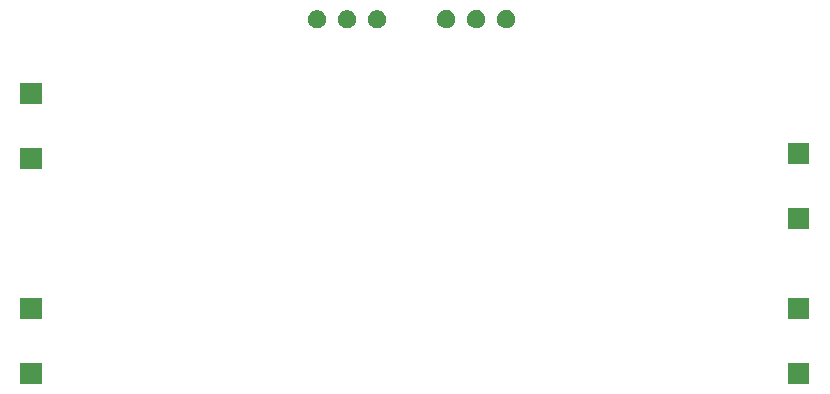
<source format=gbr>
G04 #@! TF.GenerationSoftware,KiCad,Pcbnew,5.0.2-bee76a0~70~ubuntu18.04.1*
G04 #@! TF.CreationDate,2019-01-01T14:35:21-08:00*
G04 #@! TF.ProjectId,Buck_Converter_V1,4275636b-5f43-46f6-9e76-65727465725f,rev?*
G04 #@! TF.SameCoordinates,Original*
G04 #@! TF.FileFunction,Soldermask,Bot*
G04 #@! TF.FilePolarity,Negative*
%FSLAX46Y46*%
G04 Gerber Fmt 4.6, Leading zero omitted, Abs format (unit mm)*
G04 Created by KiCad (PCBNEW 5.0.2-bee76a0~70~ubuntu18.04.1) date Tue 01 Jan 2019 02:35:21 PM PST*
%MOMM*%
%LPD*%
G01*
G04 APERTURE LIST*
%ADD10C,0.100000*%
G04 APERTURE END LIST*
D10*
G36*
X114701000Y-104901000D02*
X112899000Y-104901000D01*
X112899000Y-103099000D01*
X114701000Y-103099000D01*
X114701000Y-104901000D01*
X114701000Y-104901000D01*
G37*
G36*
X179701000Y-104901000D02*
X177899000Y-104901000D01*
X177899000Y-103099000D01*
X179701000Y-103099000D01*
X179701000Y-104901000D01*
X179701000Y-104901000D01*
G37*
G36*
X179701000Y-99401000D02*
X177899000Y-99401000D01*
X177899000Y-97599000D01*
X179701000Y-97599000D01*
X179701000Y-99401000D01*
X179701000Y-99401000D01*
G37*
G36*
X114701000Y-99401000D02*
X112899000Y-99401000D01*
X112899000Y-97599000D01*
X114701000Y-97599000D01*
X114701000Y-99401000D01*
X114701000Y-99401000D01*
G37*
G36*
X179701000Y-91781000D02*
X177899000Y-91781000D01*
X177899000Y-89979000D01*
X179701000Y-89979000D01*
X179701000Y-91781000D01*
X179701000Y-91781000D01*
G37*
G36*
X114701000Y-86701000D02*
X112899000Y-86701000D01*
X112899000Y-84899000D01*
X114701000Y-84899000D01*
X114701000Y-86701000D01*
X114701000Y-86701000D01*
G37*
G36*
X179701000Y-86281000D02*
X177899000Y-86281000D01*
X177899000Y-84479000D01*
X179701000Y-84479000D01*
X179701000Y-86281000D01*
X179701000Y-86281000D01*
G37*
G36*
X114701000Y-81201000D02*
X112899000Y-81201000D01*
X112899000Y-79399000D01*
X114701000Y-79399000D01*
X114701000Y-81201000D01*
X114701000Y-81201000D01*
G37*
G36*
X138149189Y-73267176D02*
X138248493Y-73286929D01*
X138388806Y-73345048D01*
X138515084Y-73429425D01*
X138622475Y-73536816D01*
X138706852Y-73663094D01*
X138764971Y-73803407D01*
X138794600Y-73952363D01*
X138794600Y-74104237D01*
X138764971Y-74253193D01*
X138706852Y-74393506D01*
X138622475Y-74519784D01*
X138515084Y-74627175D01*
X138388806Y-74711552D01*
X138248493Y-74769671D01*
X138149189Y-74789424D01*
X138099538Y-74799300D01*
X137947662Y-74799300D01*
X137898011Y-74789424D01*
X137798707Y-74769671D01*
X137658394Y-74711552D01*
X137532116Y-74627175D01*
X137424725Y-74519784D01*
X137340348Y-74393506D01*
X137282229Y-74253193D01*
X137252600Y-74104237D01*
X137252600Y-73952363D01*
X137282229Y-73803407D01*
X137340348Y-73663094D01*
X137424725Y-73536816D01*
X137532116Y-73429425D01*
X137658394Y-73345048D01*
X137798707Y-73286929D01*
X137898011Y-73267176D01*
X137947662Y-73257300D01*
X138099538Y-73257300D01*
X138149189Y-73267176D01*
X138149189Y-73267176D01*
G37*
G36*
X140689189Y-73267176D02*
X140788493Y-73286929D01*
X140928806Y-73345048D01*
X141055084Y-73429425D01*
X141162475Y-73536816D01*
X141246852Y-73663094D01*
X141304971Y-73803407D01*
X141334600Y-73952363D01*
X141334600Y-74104237D01*
X141304971Y-74253193D01*
X141246852Y-74393506D01*
X141162475Y-74519784D01*
X141055084Y-74627175D01*
X140928806Y-74711552D01*
X140788493Y-74769671D01*
X140689189Y-74789424D01*
X140639538Y-74799300D01*
X140487662Y-74799300D01*
X140438011Y-74789424D01*
X140338707Y-74769671D01*
X140198394Y-74711552D01*
X140072116Y-74627175D01*
X139964725Y-74519784D01*
X139880348Y-74393506D01*
X139822229Y-74253193D01*
X139792600Y-74104237D01*
X139792600Y-73952363D01*
X139822229Y-73803407D01*
X139880348Y-73663094D01*
X139964725Y-73536816D01*
X140072116Y-73429425D01*
X140198394Y-73345048D01*
X140338707Y-73286929D01*
X140438011Y-73267176D01*
X140487662Y-73257300D01*
X140639538Y-73257300D01*
X140689189Y-73267176D01*
X140689189Y-73267176D01*
G37*
G36*
X143229189Y-73267176D02*
X143328493Y-73286929D01*
X143468806Y-73345048D01*
X143595084Y-73429425D01*
X143702475Y-73536816D01*
X143786852Y-73663094D01*
X143844971Y-73803407D01*
X143874600Y-73952363D01*
X143874600Y-74104237D01*
X143844971Y-74253193D01*
X143786852Y-74393506D01*
X143702475Y-74519784D01*
X143595084Y-74627175D01*
X143468806Y-74711552D01*
X143328493Y-74769671D01*
X143229189Y-74789424D01*
X143179538Y-74799300D01*
X143027662Y-74799300D01*
X142978011Y-74789424D01*
X142878707Y-74769671D01*
X142738394Y-74711552D01*
X142612116Y-74627175D01*
X142504725Y-74519784D01*
X142420348Y-74393506D01*
X142362229Y-74253193D01*
X142332600Y-74104237D01*
X142332600Y-73952363D01*
X142362229Y-73803407D01*
X142420348Y-73663094D01*
X142504725Y-73536816D01*
X142612116Y-73429425D01*
X142738394Y-73345048D01*
X142878707Y-73286929D01*
X142978011Y-73267176D01*
X143027662Y-73257300D01*
X143179538Y-73257300D01*
X143229189Y-73267176D01*
X143229189Y-73267176D01*
G37*
G36*
X149083889Y-73254476D02*
X149183193Y-73274229D01*
X149323506Y-73332348D01*
X149449784Y-73416725D01*
X149557175Y-73524116D01*
X149641552Y-73650394D01*
X149699671Y-73790707D01*
X149729300Y-73939663D01*
X149729300Y-74091537D01*
X149699671Y-74240493D01*
X149641552Y-74380806D01*
X149557175Y-74507084D01*
X149449784Y-74614475D01*
X149323506Y-74698852D01*
X149183193Y-74756971D01*
X149119345Y-74769671D01*
X149034238Y-74786600D01*
X148882362Y-74786600D01*
X148797255Y-74769671D01*
X148733407Y-74756971D01*
X148593094Y-74698852D01*
X148466816Y-74614475D01*
X148359425Y-74507084D01*
X148275048Y-74380806D01*
X148216929Y-74240493D01*
X148187300Y-74091537D01*
X148187300Y-73939663D01*
X148216929Y-73790707D01*
X148275048Y-73650394D01*
X148359425Y-73524116D01*
X148466816Y-73416725D01*
X148593094Y-73332348D01*
X148733407Y-73274229D01*
X148832711Y-73254476D01*
X148882362Y-73244600D01*
X149034238Y-73244600D01*
X149083889Y-73254476D01*
X149083889Y-73254476D01*
G37*
G36*
X151623889Y-73254476D02*
X151723193Y-73274229D01*
X151863506Y-73332348D01*
X151989784Y-73416725D01*
X152097175Y-73524116D01*
X152181552Y-73650394D01*
X152239671Y-73790707D01*
X152269300Y-73939663D01*
X152269300Y-74091537D01*
X152239671Y-74240493D01*
X152181552Y-74380806D01*
X152097175Y-74507084D01*
X151989784Y-74614475D01*
X151863506Y-74698852D01*
X151723193Y-74756971D01*
X151659345Y-74769671D01*
X151574238Y-74786600D01*
X151422362Y-74786600D01*
X151337255Y-74769671D01*
X151273407Y-74756971D01*
X151133094Y-74698852D01*
X151006816Y-74614475D01*
X150899425Y-74507084D01*
X150815048Y-74380806D01*
X150756929Y-74240493D01*
X150727300Y-74091537D01*
X150727300Y-73939663D01*
X150756929Y-73790707D01*
X150815048Y-73650394D01*
X150899425Y-73524116D01*
X151006816Y-73416725D01*
X151133094Y-73332348D01*
X151273407Y-73274229D01*
X151372711Y-73254476D01*
X151422362Y-73244600D01*
X151574238Y-73244600D01*
X151623889Y-73254476D01*
X151623889Y-73254476D01*
G37*
G36*
X154163889Y-73254476D02*
X154263193Y-73274229D01*
X154403506Y-73332348D01*
X154529784Y-73416725D01*
X154637175Y-73524116D01*
X154721552Y-73650394D01*
X154779671Y-73790707D01*
X154809300Y-73939663D01*
X154809300Y-74091537D01*
X154779671Y-74240493D01*
X154721552Y-74380806D01*
X154637175Y-74507084D01*
X154529784Y-74614475D01*
X154403506Y-74698852D01*
X154263193Y-74756971D01*
X154199345Y-74769671D01*
X154114238Y-74786600D01*
X153962362Y-74786600D01*
X153877255Y-74769671D01*
X153813407Y-74756971D01*
X153673094Y-74698852D01*
X153546816Y-74614475D01*
X153439425Y-74507084D01*
X153355048Y-74380806D01*
X153296929Y-74240493D01*
X153267300Y-74091537D01*
X153267300Y-73939663D01*
X153296929Y-73790707D01*
X153355048Y-73650394D01*
X153439425Y-73524116D01*
X153546816Y-73416725D01*
X153673094Y-73332348D01*
X153813407Y-73274229D01*
X153912711Y-73254476D01*
X153962362Y-73244600D01*
X154114238Y-73244600D01*
X154163889Y-73254476D01*
X154163889Y-73254476D01*
G37*
M02*

</source>
